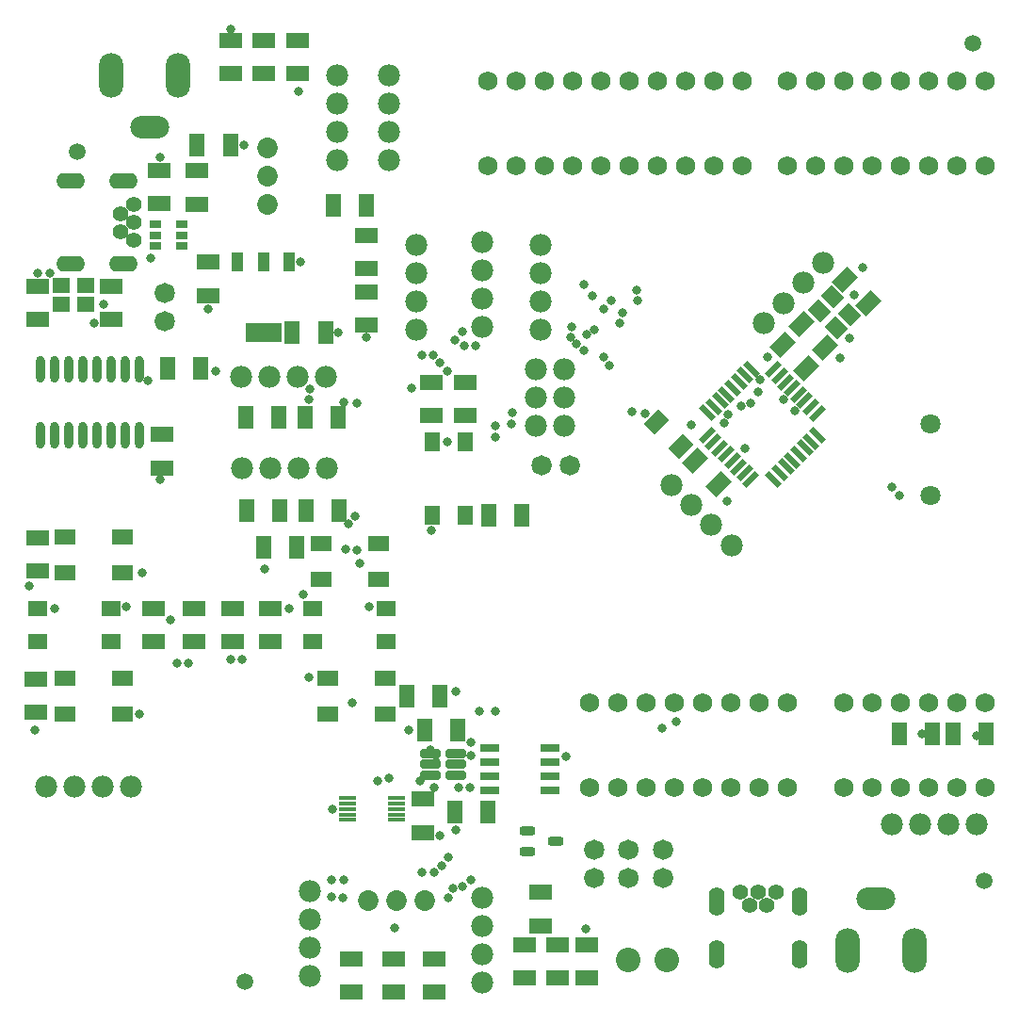
<source format=gts>
G04*
G04 #@! TF.GenerationSoftware,Altium Limited,Altium Designer,21.1.1 (26)*
G04*
G04 Layer_Color=8388736*
%FSLAX25Y25*%
%MOIN*%
G70*
G04*
G04 #@! TF.SameCoordinates,EDDA1932-7B83-4B75-B1E8-7C0ED368C603*
G04*
G04*
G04 #@! TF.FilePolarity,Negative*
G04*
G01*
G75*
G04:AMPARAMS|DCode=37|XSize=54mil|YSize=73mil|CornerRadius=0mil|HoleSize=0mil|Usage=FLASHONLY|Rotation=135.000|XOffset=0mil|YOffset=0mil|HoleType=Round|Shape=Rectangle|*
%AMROTATEDRECTD37*
4,1,4,0.04490,0.00672,-0.00672,-0.04490,-0.04490,-0.00672,0.00672,0.04490,0.04490,0.00672,0.0*
%
%ADD37ROTATEDRECTD37*%

%ADD45C,0.00000*%
%ADD46R,0.05200X0.07900*%
%ADD47R,0.07296X0.05550*%
%ADD48R,0.07900X0.05200*%
%ADD49R,0.05909X0.01381*%
%ADD50R,0.05987X0.01381*%
G04:AMPARAMS|DCode=51|XSize=22mil|YSize=63.02mil|CornerRadius=0mil|HoleSize=0mil|Usage=FLASHONLY|Rotation=45.000|XOffset=0mil|YOffset=0mil|HoleType=Round|Shape=Rectangle|*
%AMROTATEDRECTD51*
4,1,4,0.01450,-0.03006,-0.03006,0.01450,-0.01450,0.03006,0.03006,-0.01450,0.01450,-0.03006,0.0*
%
%ADD51ROTATEDRECTD51*%

G04:AMPARAMS|DCode=52|XSize=22mil|YSize=63.02mil|CornerRadius=0mil|HoleSize=0mil|Usage=FLASHONLY|Rotation=135.000|XOffset=0mil|YOffset=0mil|HoleType=Round|Shape=Rectangle|*
%AMROTATEDRECTD52*
4,1,4,0.03006,0.01450,-0.01450,-0.03006,-0.03006,-0.01450,0.01450,0.03006,0.03006,0.01450,0.0*
%
%ADD52ROTATEDRECTD52*%

%ADD53R,0.06706X0.05524*%
G04:AMPARAMS|DCode=54|XSize=71.39mil|YSize=31.23mil|CornerRadius=6.9mil|HoleSize=0mil|Usage=FLASHONLY|Rotation=0.000|XOffset=0mil|YOffset=0mil|HoleType=Round|Shape=RoundedRectangle|*
%AMROUNDEDRECTD54*
21,1,0.07139,0.01742,0,0,0.0*
21,1,0.05758,0.03123,0,0,0.0*
1,1,0.01381,0.02879,-0.00871*
1,1,0.01381,-0.02879,-0.00871*
1,1,0.01381,-0.02879,0.00871*
1,1,0.01381,0.02879,0.00871*
%
%ADD54ROUNDEDRECTD54*%
G04:AMPARAMS|DCode=55|XSize=55.64mil|YSize=31.23mil|CornerRadius=9.81mil|HoleSize=0mil|Usage=FLASHONLY|Rotation=0.000|XOffset=0mil|YOffset=0mil|HoleType=Round|Shape=RoundedRectangle|*
%AMROUNDEDRECTD55*
21,1,0.05564,0.01161,0,0,0.0*
21,1,0.03602,0.03123,0,0,0.0*
1,1,0.01961,0.01801,-0.00581*
1,1,0.01961,-0.01801,-0.00581*
1,1,0.01961,-0.01801,0.00581*
1,1,0.01961,0.01801,0.00581*
%
%ADD55ROUNDEDRECTD55*%
%ADD56R,0.06902X0.03162*%
%ADD57R,0.05524X0.06706*%
G04:AMPARAMS|DCode=58|XSize=52mil|YSize=79mil|CornerRadius=0mil|HoleSize=0mil|Usage=FLASHONLY|Rotation=135.000|XOffset=0mil|YOffset=0mil|HoleType=Round|Shape=Rectangle|*
%AMROTATEDRECTD58*
4,1,4,0.04632,0.00955,-0.00955,-0.04632,-0.04632,-0.00955,0.00955,0.04632,0.04632,0.00955,0.0*
%
%ADD58ROTATEDRECTD58*%

G04:AMPARAMS|DCode=59|XSize=55.24mil|YSize=63.11mil|CornerRadius=0mil|HoleSize=0mil|Usage=FLASHONLY|Rotation=225.000|XOffset=0mil|YOffset=0mil|HoleType=Round|Shape=Rectangle|*
%AMROTATEDRECTD59*
4,1,4,-0.00278,0.04184,0.04184,-0.00278,0.00278,-0.04184,-0.04184,0.00278,-0.00278,0.04184,0.0*
%
%ADD59ROTATEDRECTD59*%

%ADD60R,0.04137X0.02956*%
%ADD61R,0.04100X0.07100*%
%ADD62R,0.13000X0.07100*%
%ADD63O,0.03200X0.09461*%
%ADD64R,0.06311X0.05524*%
%ADD65C,0.07800*%
%ADD66C,0.07178*%
%ADD67O,0.08674X0.15761*%
%ADD68O,0.13792X0.07887*%
%ADD69C,0.07296*%
%ADD70C,0.08674*%
%ADD71C,0.06800*%
%ADD72O,0.05524X0.10249*%
%ADD73C,0.05524*%
%ADD74C,0.07099*%
%ADD75O,0.10249X0.05524*%
%ADD76C,0.03300*%
%ADD77C,0.05906*%
D37*
X234849Y198151D02*
D03*
X226151Y206849D02*
D03*
D45*
X207390Y55500D02*
G03*
X207390Y55500I-3390J0D01*
G01*
Y45500D02*
G03*
X207390Y45500I-3390J0D01*
G01*
X231890Y55500D02*
G03*
X231890Y55500I-3390J0D01*
G01*
Y45500D02*
G03*
X231890Y45500I-3390J0D01*
G01*
X219640D02*
G03*
X219640Y45500I-3390J0D01*
G01*
Y55500D02*
G03*
X219640Y55500I-3390J0D01*
G01*
X55390Y242500D02*
G03*
X55390Y242500I-3390J0D01*
G01*
Y252500D02*
G03*
X55390Y252500I-3390J0D01*
G01*
X198890Y191500D02*
G03*
X198890Y191500I-3390J0D01*
G01*
X188890D02*
G03*
X188890Y191500I-3390J0D01*
G01*
D46*
X81100Y175500D02*
D03*
X92900D02*
D03*
X149400Y110000D02*
D03*
X137600D02*
D03*
X155900Y98000D02*
D03*
X144100D02*
D03*
X87100Y162500D02*
D03*
X98900D02*
D03*
X102100Y175500D02*
D03*
X113900D02*
D03*
X166400Y69000D02*
D03*
X154600D02*
D03*
X331100Y96500D02*
D03*
X342900D02*
D03*
X312100D02*
D03*
X323900D02*
D03*
X113400Y208500D02*
D03*
X101600D02*
D03*
X166600Y174000D02*
D03*
X178400D02*
D03*
X92400Y208500D02*
D03*
X80600D02*
D03*
X111700Y283500D02*
D03*
X123500D02*
D03*
X75300Y305000D02*
D03*
X63500D02*
D03*
X53000Y226000D02*
D03*
X64800D02*
D03*
X97200Y238500D02*
D03*
X109000D02*
D03*
D47*
X37236Y166350D02*
D03*
X16764D02*
D03*
X37236Y153650D02*
D03*
X16764D02*
D03*
X37236Y116350D02*
D03*
X16764D02*
D03*
X37236Y103650D02*
D03*
X16764D02*
D03*
X109764D02*
D03*
X130236D02*
D03*
X109764Y116350D02*
D03*
X130236D02*
D03*
X127736Y163850D02*
D03*
X107264D02*
D03*
X127736Y151150D02*
D03*
X107264D02*
D03*
D48*
X7000Y154100D02*
D03*
Y165900D02*
D03*
X6500Y104100D02*
D03*
Y115900D02*
D03*
X118000Y5100D02*
D03*
Y16900D02*
D03*
X201500Y10100D02*
D03*
Y21900D02*
D03*
X133000Y5100D02*
D03*
Y16900D02*
D03*
X143500Y73400D02*
D03*
Y61600D02*
D03*
X48000Y140900D02*
D03*
Y129100D02*
D03*
X62559Y140900D02*
D03*
Y129100D02*
D03*
X89500Y140900D02*
D03*
Y129100D02*
D03*
X76000Y140900D02*
D03*
Y129100D02*
D03*
X147500Y16900D02*
D03*
Y5100D02*
D03*
X179500Y21900D02*
D03*
Y10100D02*
D03*
X191000Y21900D02*
D03*
Y10100D02*
D03*
X185000Y40400D02*
D03*
Y28600D02*
D03*
X87000Y330100D02*
D03*
Y341900D02*
D03*
X63500Y284000D02*
D03*
Y295800D02*
D03*
X158500Y220900D02*
D03*
Y209100D02*
D03*
X146500D02*
D03*
Y220900D02*
D03*
X33000Y254900D02*
D03*
Y243100D02*
D03*
X7000Y254900D02*
D03*
Y243100D02*
D03*
X99000Y330100D02*
D03*
Y341900D02*
D03*
X123500Y241100D02*
D03*
Y252900D02*
D03*
Y272900D02*
D03*
Y261100D02*
D03*
X51000Y202500D02*
D03*
Y190700D02*
D03*
X67500Y263500D02*
D03*
Y251700D02*
D03*
X75500Y330100D02*
D03*
Y341900D02*
D03*
X50000Y295900D02*
D03*
Y284100D02*
D03*
D49*
X116839Y73937D02*
D03*
D50*
Y71969D02*
D03*
Y70000D02*
D03*
Y68032D02*
D03*
Y66063D02*
D03*
X134161D02*
D03*
Y68032D02*
D03*
Y70000D02*
D03*
Y71969D02*
D03*
Y73937D02*
D03*
D51*
X283107Y202222D02*
D03*
X280915Y200030D02*
D03*
X278652Y197767D02*
D03*
X276460Y195575D02*
D03*
X274197Y193313D02*
D03*
X272005Y191121D02*
D03*
X269743Y188858D02*
D03*
X267551Y186666D02*
D03*
X244166Y210051D02*
D03*
X246358Y212243D02*
D03*
X248621Y214505D02*
D03*
X250813Y216697D02*
D03*
X253076Y218960D02*
D03*
X255268Y221152D02*
D03*
X257530Y223415D02*
D03*
X259722Y225607D02*
D03*
D52*
X259586Y186530D02*
D03*
X257394Y188722D02*
D03*
X255131Y190984D02*
D03*
X252939Y193176D02*
D03*
X250676Y195439D02*
D03*
X248484Y197631D02*
D03*
X246221Y199894D02*
D03*
X244029Y202086D02*
D03*
X267414Y225470D02*
D03*
X269606Y223278D02*
D03*
X271869Y221016D02*
D03*
X274061Y218824D02*
D03*
X276324Y216561D02*
D03*
X278516Y214369D02*
D03*
X280779Y212106D02*
D03*
X282970Y209914D02*
D03*
D53*
X130492Y129095D02*
D03*
X104508Y140905D02*
D03*
Y129095D02*
D03*
X130492Y140905D02*
D03*
X32992Y129095D02*
D03*
X7008Y140905D02*
D03*
Y129095D02*
D03*
X32992Y140905D02*
D03*
D54*
X145984Y82000D02*
D03*
Y85740D02*
D03*
Y89480D02*
D03*
X155000D02*
D03*
Y85740D02*
D03*
Y82000D02*
D03*
D55*
X180559Y54760D02*
D03*
X190441Y58500D02*
D03*
X180559Y62240D02*
D03*
D56*
X188260Y76500D02*
D03*
Y81500D02*
D03*
Y86500D02*
D03*
Y91500D02*
D03*
X167000Y76500D02*
D03*
Y81500D02*
D03*
Y86500D02*
D03*
Y91500D02*
D03*
D57*
X158405Y199992D02*
D03*
X146595Y174008D02*
D03*
X158405D02*
D03*
X146595Y199992D02*
D03*
D58*
X239828Y193172D02*
D03*
X248172Y184828D02*
D03*
X292828Y257172D02*
D03*
X301172Y248828D02*
D03*
X285672Y233328D02*
D03*
X277328Y241672D02*
D03*
X279172Y225828D02*
D03*
X270828Y234172D02*
D03*
D59*
X294567Y244943D02*
D03*
X288443Y251068D02*
D03*
X289835Y240211D02*
D03*
X283710Y246336D02*
D03*
D60*
X58224Y276740D02*
D03*
Y273000D02*
D03*
Y269260D02*
D03*
X48923D02*
D03*
Y273000D02*
D03*
Y276740D02*
D03*
D61*
X77900Y263600D02*
D03*
X87000D02*
D03*
X96100D02*
D03*
D62*
X87000Y238400D02*
D03*
D63*
X43000Y225700D02*
D03*
X38000D02*
D03*
X33000D02*
D03*
X28000D02*
D03*
X23000D02*
D03*
X18000D02*
D03*
X13000D02*
D03*
X8000D02*
D03*
Y202300D02*
D03*
X13000D02*
D03*
X18000D02*
D03*
X23000D02*
D03*
X28000D02*
D03*
X33000D02*
D03*
X38000D02*
D03*
X43000D02*
D03*
D64*
X24000Y255193D02*
D03*
X15339D02*
D03*
X24000Y248500D02*
D03*
X15338D02*
D03*
D65*
X99000Y223000D02*
D03*
X109000D02*
D03*
X79000D02*
D03*
X89000D02*
D03*
X99500Y190500D02*
D03*
X109500D02*
D03*
X79500D02*
D03*
X89500D02*
D03*
X20000Y78000D02*
D03*
X10000D02*
D03*
X40000D02*
D03*
X30000D02*
D03*
X103500Y31000D02*
D03*
Y41000D02*
D03*
Y11000D02*
D03*
Y21000D02*
D03*
X319500Y64500D02*
D03*
X309500D02*
D03*
X339500D02*
D03*
X329500D02*
D03*
X164500Y28500D02*
D03*
Y38500D02*
D03*
Y8500D02*
D03*
Y18500D02*
D03*
X245571Y170429D02*
D03*
X252642Y163358D02*
D03*
X231429Y184571D02*
D03*
X238500Y177500D02*
D03*
X271000Y249000D02*
D03*
X263929Y241929D02*
D03*
X285142Y263142D02*
D03*
X278071Y256071D02*
D03*
X141000Y249500D02*
D03*
Y239500D02*
D03*
Y269500D02*
D03*
Y259500D02*
D03*
X131500Y319500D02*
D03*
Y329500D02*
D03*
Y299500D02*
D03*
Y309500D02*
D03*
X113000Y319500D02*
D03*
Y329500D02*
D03*
Y299500D02*
D03*
Y309500D02*
D03*
X183500Y225500D02*
D03*
X193500D02*
D03*
X183500Y215500D02*
D03*
X193500D02*
D03*
X183500Y205500D02*
D03*
X193500D02*
D03*
X185000Y249500D02*
D03*
Y239500D02*
D03*
Y269500D02*
D03*
Y259500D02*
D03*
X164500Y250500D02*
D03*
Y240500D02*
D03*
Y270500D02*
D03*
Y260500D02*
D03*
D66*
X204000Y55500D02*
D03*
Y45500D02*
D03*
X228500Y55500D02*
D03*
Y45500D02*
D03*
X216250D02*
D03*
Y55500D02*
D03*
X52000Y242500D02*
D03*
Y252500D02*
D03*
X195500Y191500D02*
D03*
X185500D02*
D03*
D67*
X293878Y20000D02*
D03*
X317500D02*
D03*
X56622Y329500D02*
D03*
X33000D02*
D03*
D68*
X303720Y38307D02*
D03*
X46780Y311193D02*
D03*
D69*
X144000Y37500D02*
D03*
X134000D02*
D03*
X124000D02*
D03*
X88500Y304000D02*
D03*
Y294000D02*
D03*
Y284000D02*
D03*
D70*
X216110Y16500D02*
D03*
X229890D02*
D03*
D71*
X332500Y77500D02*
D03*
X342500D02*
D03*
X322500D02*
D03*
X312500D02*
D03*
X302500D02*
D03*
X292500D02*
D03*
X272500D02*
D03*
X262500D02*
D03*
X252500D02*
D03*
X242500D02*
D03*
X232500D02*
D03*
X222500D02*
D03*
X212500D02*
D03*
X202500D02*
D03*
X272500Y107500D02*
D03*
X262500D02*
D03*
X252500D02*
D03*
X242500D02*
D03*
X232500D02*
D03*
X222500D02*
D03*
X212500D02*
D03*
X202500D02*
D03*
X342500D02*
D03*
X332500D02*
D03*
X322500D02*
D03*
X312500D02*
D03*
X302500D02*
D03*
X292500D02*
D03*
X256500Y327500D02*
D03*
X246500D02*
D03*
X236500D02*
D03*
X226500D02*
D03*
X216500D02*
D03*
X206500D02*
D03*
X196500D02*
D03*
X186500D02*
D03*
X176500D02*
D03*
X166500D02*
D03*
X256500Y297500D02*
D03*
X246500D02*
D03*
X236500D02*
D03*
X226500D02*
D03*
X216500D02*
D03*
X206500D02*
D03*
X196500D02*
D03*
X186500D02*
D03*
X176500D02*
D03*
X166500D02*
D03*
X342500D02*
D03*
X332500D02*
D03*
X322500D02*
D03*
X312500D02*
D03*
X302500D02*
D03*
X292500D02*
D03*
X282500D02*
D03*
X272500D02*
D03*
Y327500D02*
D03*
X282500D02*
D03*
X292500D02*
D03*
X302500D02*
D03*
X312500D02*
D03*
X322500D02*
D03*
X332500D02*
D03*
X342500D02*
D03*
D72*
X276645Y18375D02*
D03*
Y37075D02*
D03*
X247355D02*
D03*
Y18375D02*
D03*
D73*
X255780Y40625D02*
D03*
X258928Y35886D02*
D03*
X265228D02*
D03*
X262078Y40625D02*
D03*
X268377D02*
D03*
X41125Y271123D02*
D03*
Y277421D02*
D03*
X36386Y274272D02*
D03*
Y280572D02*
D03*
X41125Y283720D02*
D03*
D74*
X323000Y180705D02*
D03*
Y206295D02*
D03*
D75*
X18875Y292145D02*
D03*
X37575D02*
D03*
Y262855D02*
D03*
X18875D02*
D03*
D76*
X175100Y210100D02*
D03*
X169100Y201700D02*
D03*
X309500Y183900D02*
D03*
X200557Y232200D02*
D03*
X195800Y237000D02*
D03*
X197700Y234500D02*
D03*
X201500Y238000D02*
D03*
X209500Y227000D02*
D03*
X200500Y255500D02*
D03*
X210000Y250000D02*
D03*
X214000Y245500D02*
D03*
X219500Y250000D02*
D03*
X157500Y239000D02*
D03*
X162000Y234000D02*
D03*
X158000D02*
D03*
X152000Y225000D02*
D03*
X149500Y228000D02*
D03*
X143000Y230500D02*
D03*
X119500Y173500D02*
D03*
X120000Y161500D02*
D03*
X155000Y111500D02*
D03*
X87500Y155000D02*
D03*
X4000Y149000D02*
D03*
X6000Y98000D02*
D03*
X43000Y103500D02*
D03*
X160340Y88957D02*
D03*
X133340Y27957D02*
D03*
X201000Y27500D02*
D03*
X115000Y38500D02*
D03*
X115500Y45000D02*
D03*
X160500D02*
D03*
X152500Y38500D02*
D03*
X143000Y47500D02*
D03*
X152500Y53000D02*
D03*
X147500Y47500D02*
D03*
X150000Y50000D02*
D03*
X111500Y70000D02*
D03*
X111000Y45000D02*
D03*
Y39000D02*
D03*
X233000Y101000D02*
D03*
X160000Y77500D02*
D03*
X259500Y213500D02*
D03*
X262000Y217500D02*
D03*
X275020Y211020D02*
D03*
X271020Y215020D02*
D03*
X250000Y206500D02*
D03*
X256000Y212500D02*
D03*
X251500Y209500D02*
D03*
X262773Y221727D02*
D03*
X257500Y197500D02*
D03*
X217500Y210500D02*
D03*
X103500Y218500D02*
D03*
X120000Y213500D02*
D03*
X56500Y121500D02*
D03*
X79500Y123000D02*
D03*
X169000Y104500D02*
D03*
X160500Y93500D02*
D03*
X156000Y77500D02*
D03*
X131500Y81000D02*
D03*
X154000Y42000D02*
D03*
X116000Y162000D02*
D03*
X117000Y171000D02*
D03*
X121000Y157000D02*
D03*
X124500Y141500D02*
D03*
X13000Y141000D02*
D03*
X148031Y86469D02*
D03*
X96000Y141000D02*
D03*
X54000Y137000D02*
D03*
X38500Y141500D02*
D03*
X44000Y153500D02*
D03*
X101000Y146000D02*
D03*
X103000Y116500D02*
D03*
X75500Y123000D02*
D03*
X138500Y98000D02*
D03*
X60500Y121500D02*
D03*
X228000Y98500D02*
D03*
X163500Y104500D02*
D03*
X194000Y88500D02*
D03*
X142500Y80000D02*
D03*
X155000Y62500D02*
D03*
X149500Y60500D02*
D03*
X118500Y107500D02*
D03*
X312000Y181000D02*
D03*
X339500Y96000D02*
D03*
X146000Y91000D02*
D03*
X320000Y96500D02*
D03*
X157500Y42500D02*
D03*
X127500Y80000D02*
D03*
X147500Y77500D02*
D03*
X50500Y186500D02*
D03*
X70000Y225000D02*
D03*
X47000Y265000D02*
D03*
X154850Y236000D02*
D03*
X152000Y200000D02*
D03*
X139500Y219000D02*
D03*
X296000Y252000D02*
D03*
X299000Y261500D02*
D03*
X265500Y230000D02*
D03*
X291000Y229500D02*
D03*
X294500Y236500D02*
D03*
X7000Y259500D02*
D03*
X115500Y214000D02*
D03*
X103000Y215000D02*
D03*
X75500Y346000D02*
D03*
X99500Y324000D02*
D03*
X251000Y179000D02*
D03*
X146500Y168500D02*
D03*
X46000Y221500D02*
D03*
X27000Y242000D02*
D03*
X30500Y248500D02*
D03*
X11500Y259500D02*
D03*
X50500Y300500D02*
D03*
X80000Y305000D02*
D03*
X100000Y263500D02*
D03*
X123500Y237000D02*
D03*
X113500Y238500D02*
D03*
X67500Y247000D02*
D03*
X207500D02*
D03*
X204152Y239651D02*
D03*
X196000Y240500D02*
D03*
X203500Y251500D02*
D03*
X174765Y206265D02*
D03*
X169000Y205500D02*
D03*
X219000Y253500D02*
D03*
X213000Y242000D02*
D03*
X207500Y230000D02*
D03*
X238500Y206000D02*
D03*
X147000Y230500D02*
D03*
X222000Y210000D02*
D03*
D77*
X342000Y44500D02*
D03*
X80500Y9000D02*
D03*
X338000Y341000D02*
D03*
X21000Y302500D02*
D03*
M02*

</source>
